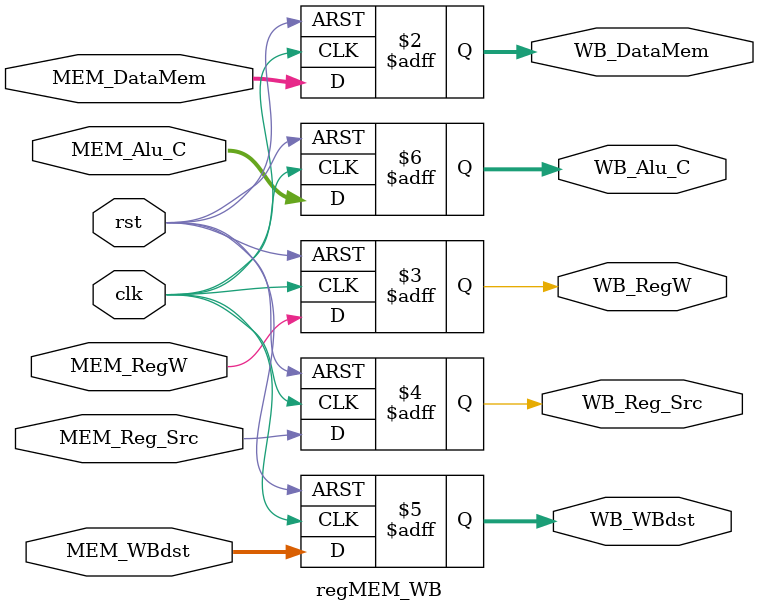
<source format=v>
module regMEM_WB(MEM_DataMem ,MEM_RegW , rst,
            MEM_Reg_Src ,MEM_WBdst ,MEM_Alu_C ,
            clk ,WB_DataMem ,WB_RegW ,WB_Reg_Src ,
            WB_WBdst ,WB_Alu_C );

//DM
    input       [31:0]      MEM_DataMem;
//EXE_WB
    input                   MEM_RegW;
    input                   MEM_Reg_Src;
    input       [4:0]       MEM_WBdst;
    input       [31:0]      MEM_Alu_C;
//
    input                   clk;
    input                   rst;

    output  reg [31:0]      WB_DataMem;
    output  reg             WB_RegW;
    output  reg             WB_Reg_Src;
    output  reg [4:0]       WB_WBdst;
    output  reg [31:0]      WB_Alu_C;

    always @(posedge clk or posedge rst)
    begin
        if( rst )
        begin
            WB_DataMem = 32'b0;
            WB_RegW = 0;
            WB_Reg_Src = 0;
            WB_WBdst = 5'b0;
            WB_Alu_C = 32'b0;
        end
        else
        begin
            WB_DataMem = MEM_DataMem;
            WB_RegW = MEM_RegW;
            WB_Reg_Src = MEM_Reg_Src;
            WB_WBdst = MEM_WBdst;
            WB_Alu_C = MEM_Alu_C;
        end
    end
endmodule
</source>
